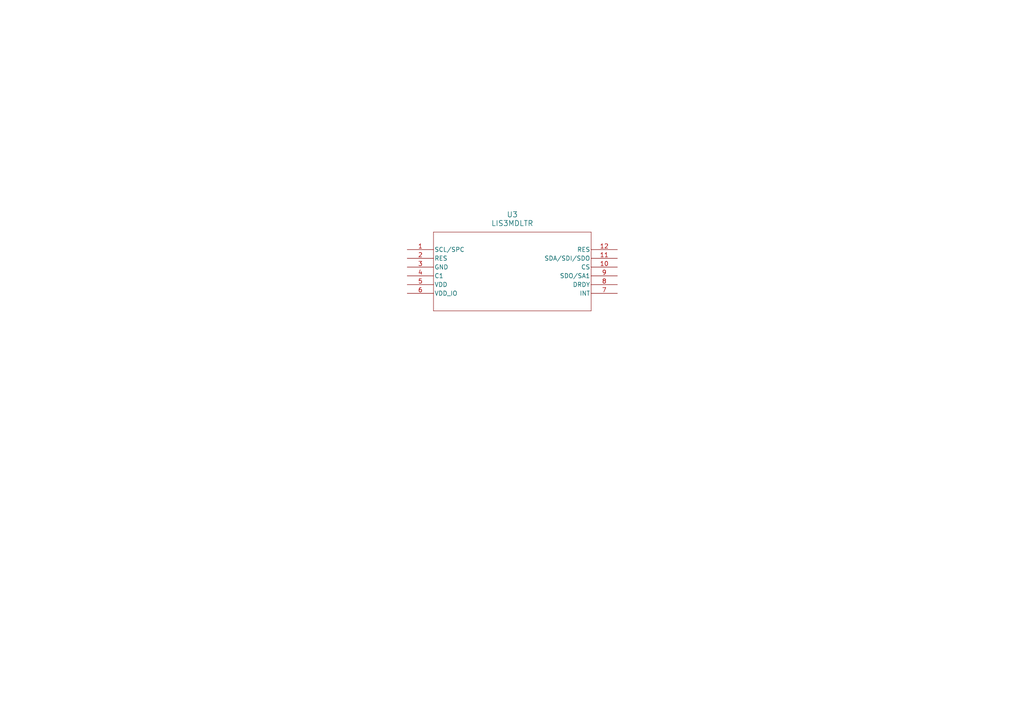
<source format=kicad_sch>
(kicad_sch (version 20231120) (generator "eeschema") (generator_version "8.0")
  (paper "A4")
  (lib_symbols
    (symbol "SRAD_AVIONICS:LIS3MDLTR" (pin_names (offset 0.254))
      (property "Reference" "U" (at 30.48 10.16 0))
      (property "Value" "LIS3MDLTR" (at 30.48 7.62 0))
      (symbol "LIS3MDLTR_0_1"
        (polyline (pts (xy 7.62 -17.78) (xy 53.34 -17.78)) (stroke (width 0.127)))
        (polyline (pts (xy 7.62 5.08) (xy 7.62 -17.78)) (stroke (width 0.127)))
        (polyline (pts (xy 53.34 -17.78) (xy 53.34 5.08)) (stroke (width 0.127)))
        (polyline (pts (xy 53.34 5.08) (xy 7.62 5.08)) (stroke (width 0.127)))
        (pin bidirectional line (at 0 0 0) (length 7.62) (name "SCL/SPC") (number "1"))
        (pin bidirectional line (at 60.96 -5.08 180) (length 7.62) (name "CS") (number "10"))
        (pin bidirectional line (at 60.96 -2.54 180) (length 7.62) (name "SDA/SDI/SDO") (number "11"))
        (pin unspecified line (at 60.96 0 180) (length 7.62) (name "RES") (number "12"))
        (pin unspecified line (at 0 -2.54 0) (length 7.62) (name "RES") (number "2"))
        (pin power_in line (at 0 -5.08 0) (length 7.62) (name "GND") (number "3"))
        (pin unspecified line (at 0 -7.62 0) (length 7.62) (name "C1") (number "4"))
        (pin power_in line (at 0 -10.16 0) (length 7.62) (name "VDD") (number "5"))
        (pin power_in line (at 0 -12.7 0) (length 7.62) (name "VDD_IO") (number "6"))
        (pin unspecified line (at 60.96 -12.7 180) (length 7.62) (name "INT") (number "7"))
        (pin unspecified line (at 60.96 -10.16 180) (length 7.62) (name "DRDY") (number "8"))
        (pin bidirectional line (at 60.96 -7.62 180) (length 7.62) (name "SDO/SA1") (number "9"))
      )
    )
  )
  (symbol (lib_id "SRAD_AVIONICS:LIS3MDLTR") (at 118.11 72.39 0) (unit 1)
    (property "Reference" "U3" (at 148.59 62.23 0) (effects (font (size 1.524 1.524))))
    (property "Value" "LIS3MDLTR" (at 148.59 64.77 0) (effects (font (size 1.524 1.524))))
    (property "Footprint" "LGA-12_2X2X1_STM" (effects (hide yes)))
    (property "Datasheet" "LIS3MDLTR" (effects (hide yes)))
  )
)
</source>
